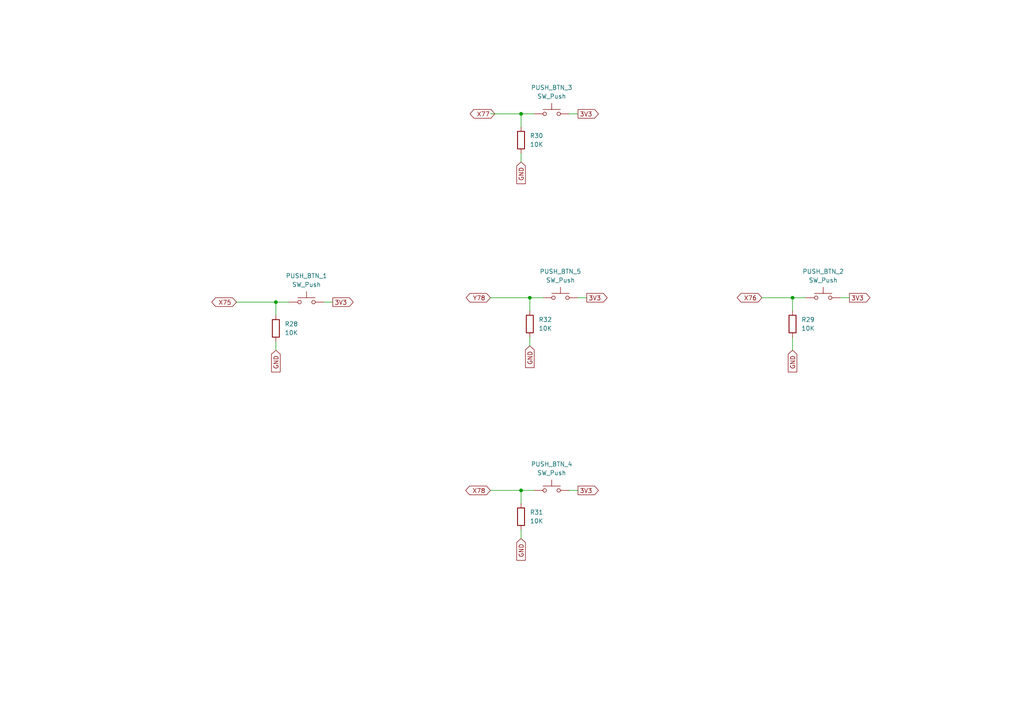
<source format=kicad_sch>
(kicad_sch (version 20231120) (generator "eeschema") (generator_version "8.0")
  (paper "A4")
  (lib_symbols
    (symbol "Device:R" (pin_numbers hide) (pin_names (offset 0))
      (property "Reference" "R" (at 2.032 0 90))
      (property "Value" "R" (at 0 0 90))
      (symbol "R_0_1"
        (rectangle (start -1.016 -2.54) (end 1.016 2.54) (stroke (width 0.254)))
      )
      (symbol "R_1_1"
        (pin passive line (at 0 3.81 270) (length 1.27) (name "~") (number "1"))
        (pin passive line (at 0 -3.81 90) (length 1.27) (name "~") (number "2"))
      )
    )
    (symbol "Switch:SW_Push" (pin_numbers hide) (pin_names (offset 1.016) hide)
      (property "Reference" "SW" (at 1.27 2.54 0))
      (property "Value" "SW_Push" (at 0 -1.524 0))
      (symbol "SW_Push_0_1"
        (circle (center -2.032 0) (radius 0.508))
        (polyline (pts (xy 0 1.27) (xy 0 3.048)))
        (polyline (pts (xy 2.54 1.27) (xy -2.54 1.27)))
        (circle (center 2.032 0) (radius 0.508))
        (pin passive line (at -5.08 0 0) (length 2.54) (name "1") (number "1"))
        (pin passive line (at 5.08 0 180) (length 2.54) (name "2") (number "2"))
      )
    )
  )
  (junction (at 151.13 142.24))
  (junction (at 80.01 87.63))
  (junction (at 151.13 33.02))
  (junction (at 153.67 86.36))
  (junction (at 229.87 86.36))
  (wire (pts (xy 233.68 86.36) (xy 229.87 86.36)))
  (wire (pts (xy 229.87 97.79) (xy 229.87 101.6)))
  (wire (pts (xy 151.13 142.24) (xy 151.13 146.05)))
  (wire (pts (xy 83.82 87.63) (xy 80.01 87.63)))
  (wire (pts (xy 154.94 33.02) (xy 151.13 33.02)))
  (wire (pts (xy 80.01 87.63) (xy 80.01 91.44)))
  (wire (pts (xy 142.24 33.02) (xy 151.13 33.02)))
  (wire (pts (xy 142.24 142.24) (xy 151.13 142.24)))
  (wire (pts (xy 151.13 33.02) (xy 151.13 36.83)))
  (wire (pts (xy 153.67 86.36) (xy 153.67 90.17)))
  (wire (pts (xy 229.87 86.36) (xy 229.87 90.17)))
  (wire (pts (xy 68.58 87.63) (xy 80.01 87.63)))
  (wire (pts (xy 151.13 153.67) (xy 151.13 156.21)))
  (wire (pts (xy 153.67 97.79) (xy 153.67 100.33)))
  (wire (pts (xy 151.13 44.45) (xy 151.13 46.99)))
  (wire (pts (xy 165.1 33.02) (xy 167.64 33.02)))
  (wire (pts (xy 154.94 142.24) (xy 151.13 142.24)))
  (wire (pts (xy 80.01 99.06) (xy 80.01 101.6)))
  (wire (pts (xy 142.24 86.36) (xy 153.67 86.36)))
  (wire (pts (xy 165.1 142.24) (xy 167.64 142.24)))
  (wire (pts (xy 220.98 86.36) (xy 229.87 86.36)))
  (wire (pts (xy 157.48 86.36) (xy 153.67 86.36)))
  (wire (pts (xy 167.64 86.36) (xy 170.18 86.36)))
  (wire (pts (xy 93.98 87.63) (xy 96.52 87.63)))
  (wire (pts (xy 243.84 86.36) (xy 246.38 86.36)))
  (global_label "Y78" (shape bidirectional) (at 142.24 86.36 180) (property "Intersheetrefs" "${INTERSHEET_REFS}" (effects (hide yes))))
  (global_label "GND" (shape input) (at 153.67 100.33 270) (property "Intersheetrefs" "${INTERSHEET_REFS}" (effects (hide yes))))
  (global_label "GND" (shape input) (at 229.87 101.6 270) (property "Intersheetrefs" "${INTERSHEET_REFS}" (effects (hide yes))))
  (global_label "3V3" (shape output) (at 96.52 87.63 0) (property "Intersheetrefs" "${INTERSHEET_REFS}" (effects (hide yes))))
  (global_label "3V3" (shape output) (at 170.18 86.36 0) (property "Intersheetrefs" "${INTERSHEET_REFS}" (effects (hide yes))))
  (global_label "X78" (shape bidirectional) (at 142.24 142.24 180) (property "Intersheetrefs" "${INTERSHEET_REFS}" (effects (hide yes))))
  (global_label "X77" (shape bidirectional) (at 143.51 33.02 180) (property "Intersheetrefs" "${INTERSHEET_REFS}" (effects (hide yes))))
  (global_label "3V3" (shape output) (at 167.64 33.02 0) (property "Intersheetrefs" "${INTERSHEET_REFS}" (effects (hide yes))))
  (global_label "GND" (shape input) (at 151.13 46.99 270) (property "Intersheetrefs" "${INTERSHEET_REFS}" (effects (hide yes))))
  (global_label "GND" (shape input) (at 80.01 101.6 270) (property "Intersheetrefs" "${INTERSHEET_REFS}" (effects (hide yes))))
  (global_label "3V3" (shape output) (at 167.64 142.24 0) (property "Intersheetrefs" "${INTERSHEET_REFS}" (effects (hide yes))))
  (global_label "X76" (shape bidirectional) (at 220.98 86.36 180) (property "Intersheetrefs" "${INTERSHEET_REFS}" (effects (hide yes))))
  (global_label "GND" (shape input) (at 151.13 156.21 270) (property "Intersheetrefs" "${INTERSHEET_REFS}" (effects (hide yes))))
  (global_label "X75" (shape bidirectional) (at 68.58 87.63 180) (property "Intersheetrefs" "${INTERSHEET_REFS}" (effects (hide yes))))
  (global_label "3V3" (shape output) (at 246.38 86.36 0) (property "Intersheetrefs" "${INTERSHEET_REFS}" (effects (hide yes))))
  (symbol (lib_id "Switch:SW_Push") (at 160.02 33.02 0) (unit 1)
    (property "Reference" "PUSH_BTN_3" (at 160.02 25.4 0))
    (property "Value" "SW_Push" (at 160.02 27.94 0))
    (property "Footprint" "Button_Switch_SMD:SW_Push_SPST_NO_Alps_SKRK" (effects (hide yes)))
    (property "Description" "Push button switch, generic, two pins" (effects (hide yes)))
  )
  (symbol (lib_id "Device:R") (at 151.13 40.64 0) (unit 1)
    (property "Reference" "R30" (at 153.67 39.3699 0) (effects (justify left)))
    (property "Value" "10K" (at 153.67 41.9099 0) (effects (justify left)))
    (property "Footprint" "Resistor_SMD:R_0603_1608Metric" (effects (hide yes)))
    (property "Description" "Resistor" (effects (hide yes)))
  )
  (symbol (lib_id "Switch:SW_Push") (at 160.02 142.24 0) (unit 1)
    (property "Reference" "PUSH_BTN_4" (at 160.02 134.62 0))
    (property "Value" "SW_Push" (at 160.02 137.16 0))
    (property "Footprint" "Button_Switch_SMD:SW_Push_SPST_NO_Alps_SKRK" (effects (hide yes)))
    (property "Description" "Push button switch, generic, two pins" (effects (hide yes)))
  )
  (symbol (lib_id "Device:R") (at 229.87 93.98 0) (unit 1)
    (property "Reference" "R29" (at 232.41 92.7099 0) (effects (justify left)))
    (property "Value" "10K" (at 232.41 95.2499 0) (effects (justify left)))
    (property "Footprint" "Resistor_SMD:R_0603_1608Metric" (effects (hide yes)))
    (property "Description" "Resistor" (effects (hide yes)))
  )
  (symbol (lib_id "Switch:SW_Push") (at 162.56 86.36 0) (unit 1)
    (property "Reference" "PUSH_BTN_5" (at 162.56 78.74 0))
    (property "Value" "SW_Push" (at 162.56 81.28 0))
    (property "Footprint" "Button_Switch_SMD:SW_Push_SPST_NO_Alps_SKRK" (effects (hide yes)))
    (property "Description" "Push button switch, generic, two pins" (effects (hide yes)))
  )
  (symbol (lib_id "Device:R") (at 153.67 93.98 0) (unit 1)
    (property "Reference" "R32" (at 156.21 92.7099 0) (effects (justify left)))
    (property "Value" "10K" (at 156.21 95.2499 0) (effects (justify left)))
    (property "Footprint" "Resistor_SMD:R_0603_1608Metric" (effects (hide yes)))
    (property "Description" "Resistor" (effects (hide yes)))
  )
  (symbol (lib_id "Device:R") (at 80.01 95.25 0) (unit 1)
    (property "Reference" "R28" (at 82.55 93.9799 0) (effects (justify left)))
    (property "Value" "10K" (at 82.55 96.5199 0) (effects (justify left)))
    (property "Footprint" "Resistor_SMD:R_0603_1608Metric" (effects (hide yes)))
    (property "Description" "Resistor" (effects (hide yes)))
  )
  (symbol (lib_id "Device:R") (at 151.13 149.86 0) (unit 1)
    (property "Reference" "R31" (at 153.67 148.5899 0) (effects (justify left)))
    (property "Value" "10K" (at 153.67 151.1299 0) (effects (justify left)))
    (property "Footprint" "Resistor_SMD:R_0603_1608Metric" (effects (hide yes)))
    (property "Description" "Resistor" (effects (hide yes)))
  )
  (symbol (lib_id "Switch:SW_Push") (at 88.9 87.63 0) (unit 1)
    (property "Reference" "PUSH_BTN_1" (at 88.9 80.01 0))
    (property "Value" "SW_Push" (at 88.9 82.55 0))
    (property "Footprint" "Button_Switch_SMD:SW_Push_SPST_NO_Alps_SKRK" (effects (hide yes)))
    (property "Description" "Push button switch, generic, two pins" (effects (hide yes)))
  )
  (symbol (lib_id "Switch:SW_Push") (at 238.76 86.36 0) (unit 1)
    (property "Reference" "PUSH_BTN_2" (at 238.76 78.74 0))
    (property "Value" "SW_Push" (at 238.76 81.28 0))
    (property "Footprint" "Button_Switch_SMD:SW_Push_SPST_NO_Alps_SKRK" (effects (hide yes)))
    (property "Description" "Push button switch, generic, two pins" (effects (hide yes)))
  )
)
</source>
